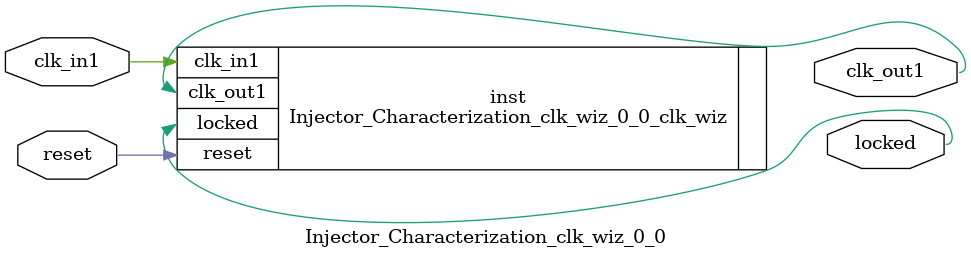
<source format=v>


`timescale 1ps/1ps

(* CORE_GENERATION_INFO = "Injector_Characterization_clk_wiz_0_0,clk_wiz_v6_0_1_0_0,{component_name=Injector_Characterization_clk_wiz_0_0,use_phase_alignment=true,use_min_o_jitter=false,use_max_i_jitter=false,use_dyn_phase_shift=false,use_inclk_switchover=false,use_dyn_reconfig=false,enable_axi=0,feedback_source=FDBK_AUTO,PRIMITIVE=MMCM,num_out_clk=1,clkin1_period=8.000,clkin2_period=10.000,use_power_down=false,use_reset=true,use_locked=true,use_inclk_stopped=false,feedback_type=SINGLE,CLOCK_MGR_TYPE=NA,manual_override=false}" *)

module Injector_Characterization_clk_wiz_0_0 
 (
  // Clock out ports
  output        clk_out1,
  // Status and control signals
  input         reset,
  output        locked,
 // Clock in ports
  input         clk_in1
 );

  Injector_Characterization_clk_wiz_0_0_clk_wiz inst
  (
  // Clock out ports  
  .clk_out1(clk_out1),
  // Status and control signals               
  .reset(reset), 
  .locked(locked),
 // Clock in ports
  .clk_in1(clk_in1)
  );

endmodule

</source>
